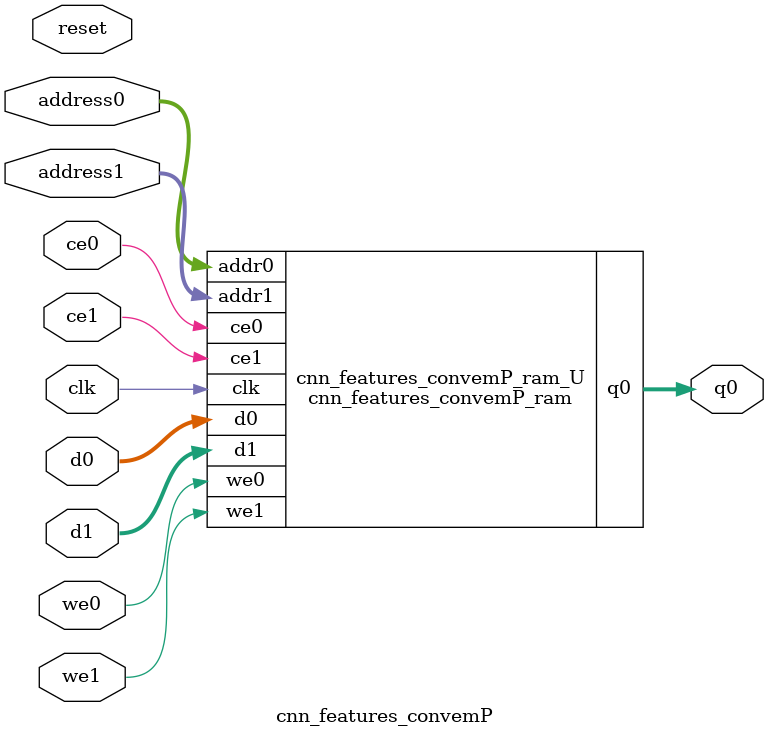
<source format=v>
`timescale 1 ns / 1 ps
module cnn_features_convemP_ram (addr0, ce0, d0, we0, q0, addr1, ce1, d1, we1,  clk);

parameter DWIDTH = 14;
parameter AWIDTH = 6;
parameter MEM_SIZE = 64;

input[AWIDTH-1:0] addr0;
input ce0;
input[DWIDTH-1:0] d0;
input we0;
output reg[DWIDTH-1:0] q0;
input[AWIDTH-1:0] addr1;
input ce1;
input[DWIDTH-1:0] d1;
input we1;
input clk;

(* ram_style = "block" *)reg [DWIDTH-1:0] ram[0:MEM_SIZE-1];




always @(posedge clk)  
begin 
    if (ce0) 
    begin
        if (we0) 
        begin 
            ram[addr0] <= d0; 
        end 
        q0 <= ram[addr0];
    end
end


always @(posedge clk)  
begin 
    if (ce1) 
    begin
        if (we1) 
        begin 
            ram[addr1] <= d1; 
        end 
    end
end


endmodule

`timescale 1 ns / 1 ps
module cnn_features_convemP(
    reset,
    clk,
    address0,
    ce0,
    we0,
    d0,
    q0,
    address1,
    ce1,
    we1,
    d1);

parameter DataWidth = 32'd14;
parameter AddressRange = 32'd64;
parameter AddressWidth = 32'd6;
input reset;
input clk;
input[AddressWidth - 1:0] address0;
input ce0;
input we0;
input[DataWidth - 1:0] d0;
output[DataWidth - 1:0] q0;
input[AddressWidth - 1:0] address1;
input ce1;
input we1;
input[DataWidth - 1:0] d1;



cnn_features_convemP_ram cnn_features_convemP_ram_U(
    .clk( clk ),
    .addr0( address0 ),
    .ce0( ce0 ),
    .we0( we0 ),
    .d0( d0 ),
    .q0( q0 ),
    .addr1( address1 ),
    .ce1( ce1 ),
    .we1( we1 ),
    .d1( d1 ));

endmodule


</source>
